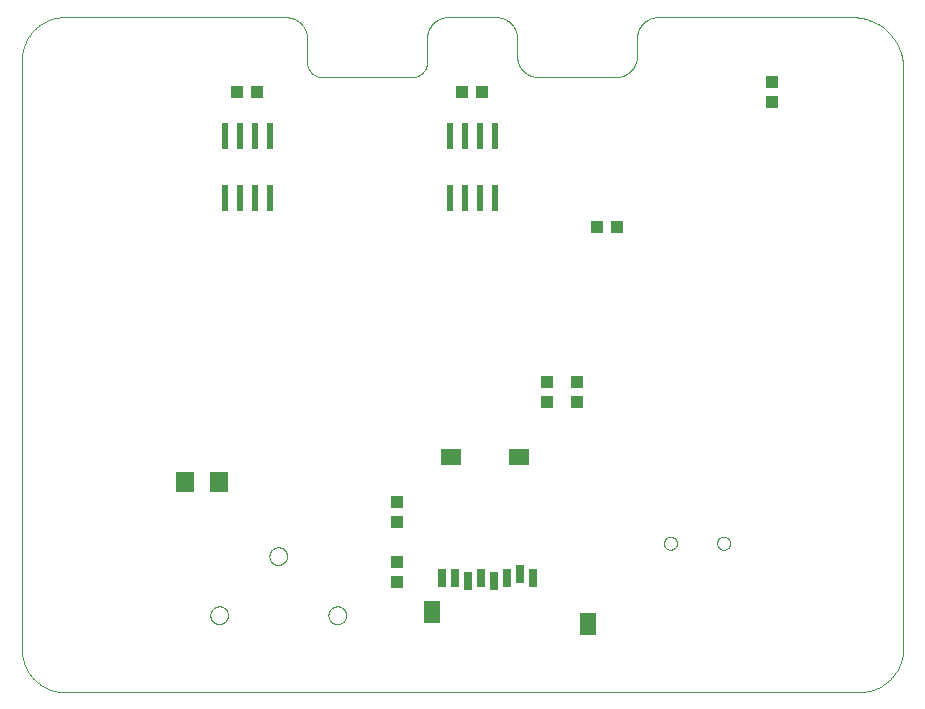
<source format=gtp>
G75*
%MOIN*%
%OFA0B0*%
%FSLAX25Y25*%
%IPPOS*%
%LPD*%
%AMOC8*
5,1,8,0,0,1.08239X$1,22.5*
%
%ADD10C,0.00000*%
%ADD11R,0.03150X0.05906*%
%ADD12R,0.07087X0.05512*%
%ADD13R,0.05512X0.07480*%
%ADD14R,0.04331X0.03937*%
%ADD15R,0.03937X0.04331*%
%ADD16R,0.06299X0.07087*%
%ADD17R,0.02400X0.08700*%
D10*
X0015942Y0021479D02*
X0280916Y0021479D01*
X0280916Y0021478D02*
X0281268Y0021482D01*
X0281621Y0021495D01*
X0281972Y0021516D01*
X0282324Y0021546D01*
X0282674Y0021584D01*
X0283023Y0021631D01*
X0283371Y0021686D01*
X0283718Y0021750D01*
X0284063Y0021822D01*
X0284406Y0021902D01*
X0284748Y0021990D01*
X0285087Y0022087D01*
X0285423Y0022192D01*
X0285757Y0022305D01*
X0286088Y0022426D01*
X0286416Y0022555D01*
X0286741Y0022692D01*
X0287062Y0022836D01*
X0287380Y0022989D01*
X0287694Y0023149D01*
X0288004Y0023316D01*
X0288310Y0023491D01*
X0288612Y0023674D01*
X0288909Y0023863D01*
X0289201Y0024060D01*
X0289489Y0024263D01*
X0289771Y0024474D01*
X0290049Y0024691D01*
X0290321Y0024915D01*
X0290588Y0025146D01*
X0290849Y0025383D01*
X0291104Y0025626D01*
X0291353Y0025875D01*
X0291596Y0026130D01*
X0291833Y0026391D01*
X0292064Y0026658D01*
X0292288Y0026930D01*
X0292505Y0027208D01*
X0292716Y0027490D01*
X0292919Y0027778D01*
X0293116Y0028070D01*
X0293305Y0028367D01*
X0293488Y0028669D01*
X0293663Y0028975D01*
X0293830Y0029285D01*
X0293990Y0029599D01*
X0294143Y0029917D01*
X0294287Y0030238D01*
X0294424Y0030563D01*
X0294553Y0030891D01*
X0294674Y0031222D01*
X0294787Y0031556D01*
X0294892Y0031892D01*
X0294989Y0032231D01*
X0295077Y0032573D01*
X0295157Y0032916D01*
X0295229Y0033261D01*
X0295293Y0033608D01*
X0295348Y0033956D01*
X0295395Y0034305D01*
X0295433Y0034655D01*
X0295463Y0035007D01*
X0295484Y0035358D01*
X0295497Y0035711D01*
X0295501Y0036063D01*
X0295501Y0229508D01*
X0295496Y0229924D01*
X0295481Y0230339D01*
X0295455Y0230754D01*
X0295419Y0231168D01*
X0295374Y0231581D01*
X0295318Y0231993D01*
X0295252Y0232403D01*
X0295176Y0232812D01*
X0295090Y0233218D01*
X0294994Y0233623D01*
X0294888Y0234025D01*
X0294772Y0234424D01*
X0294647Y0234820D01*
X0294511Y0235213D01*
X0294367Y0235603D01*
X0294212Y0235989D01*
X0294049Y0236371D01*
X0293876Y0236748D01*
X0293693Y0237122D01*
X0293502Y0237491D01*
X0293302Y0237855D01*
X0293092Y0238214D01*
X0292874Y0238568D01*
X0292648Y0238916D01*
X0292413Y0239259D01*
X0292169Y0239596D01*
X0291918Y0239927D01*
X0291658Y0240251D01*
X0291391Y0240570D01*
X0291115Y0240881D01*
X0290833Y0241185D01*
X0290542Y0241483D01*
X0290245Y0241773D01*
X0289940Y0242056D01*
X0289629Y0242332D01*
X0289311Y0242599D01*
X0288987Y0242859D01*
X0288656Y0243111D01*
X0288319Y0243354D01*
X0287977Y0243590D01*
X0287628Y0243816D01*
X0287275Y0244035D01*
X0286916Y0244244D01*
X0286552Y0244444D01*
X0286183Y0244636D01*
X0285809Y0244818D01*
X0285431Y0244992D01*
X0285049Y0245155D01*
X0284664Y0245310D01*
X0284274Y0245455D01*
X0283881Y0245590D01*
X0283485Y0245716D01*
X0283086Y0245832D01*
X0282684Y0245938D01*
X0282280Y0246034D01*
X0281873Y0246120D01*
X0281465Y0246196D01*
X0281054Y0246263D01*
X0280642Y0246319D01*
X0280229Y0246365D01*
X0279815Y0246401D01*
X0279400Y0246426D01*
X0278985Y0246442D01*
X0278570Y0246447D01*
X0278569Y0246447D02*
X0213874Y0246476D01*
X0213704Y0246474D01*
X0213533Y0246468D01*
X0213362Y0246458D01*
X0213192Y0246443D01*
X0213022Y0246425D01*
X0212852Y0246402D01*
X0212684Y0246376D01*
X0212515Y0246345D01*
X0212348Y0246310D01*
X0212182Y0246271D01*
X0212016Y0246229D01*
X0211852Y0246182D01*
X0211688Y0246131D01*
X0211526Y0246076D01*
X0211366Y0246018D01*
X0211207Y0245955D01*
X0211049Y0245889D01*
X0210893Y0245819D01*
X0210739Y0245745D01*
X0210587Y0245667D01*
X0210436Y0245586D01*
X0210288Y0245501D01*
X0210142Y0245413D01*
X0209998Y0245321D01*
X0209856Y0245226D01*
X0209716Y0245127D01*
X0209579Y0245025D01*
X0209444Y0244920D01*
X0209312Y0244811D01*
X0209183Y0244699D01*
X0209056Y0244584D01*
X0208933Y0244466D01*
X0208812Y0244346D01*
X0208694Y0244222D01*
X0208579Y0244095D01*
X0208467Y0243966D01*
X0208358Y0243834D01*
X0208253Y0243699D01*
X0208151Y0243562D01*
X0208052Y0243423D01*
X0207957Y0243281D01*
X0207865Y0243137D01*
X0207776Y0242991D01*
X0207691Y0242842D01*
X0207610Y0242692D01*
X0207532Y0242540D01*
X0207459Y0242386D01*
X0207388Y0242230D01*
X0207322Y0242072D01*
X0207259Y0241913D01*
X0207201Y0241752D01*
X0207146Y0241591D01*
X0207095Y0241427D01*
X0207048Y0241263D01*
X0207005Y0241098D01*
X0206966Y0240931D01*
X0206932Y0240764D01*
X0206901Y0240596D01*
X0206874Y0240427D01*
X0206851Y0240257D01*
X0206833Y0240087D01*
X0206818Y0239917D01*
X0206808Y0239746D01*
X0206802Y0239576D01*
X0206800Y0239405D01*
X0206800Y0233550D01*
X0206798Y0233379D01*
X0206792Y0233208D01*
X0206781Y0233038D01*
X0206767Y0232868D01*
X0206748Y0232698D01*
X0206726Y0232528D01*
X0206699Y0232360D01*
X0206668Y0232191D01*
X0206633Y0232024D01*
X0206595Y0231858D01*
X0206552Y0231692D01*
X0206505Y0231528D01*
X0206454Y0231365D01*
X0206399Y0231203D01*
X0206340Y0231043D01*
X0206278Y0230884D01*
X0206212Y0230726D01*
X0206142Y0230570D01*
X0206068Y0230416D01*
X0205990Y0230264D01*
X0205909Y0230114D01*
X0205824Y0229965D01*
X0205736Y0229819D01*
X0205644Y0229675D01*
X0205548Y0229533D01*
X0205450Y0229394D01*
X0205347Y0229257D01*
X0205242Y0229122D01*
X0205133Y0228990D01*
X0205022Y0228861D01*
X0204907Y0228735D01*
X0204789Y0228611D01*
X0204668Y0228490D01*
X0204544Y0228372D01*
X0204418Y0228257D01*
X0204289Y0228146D01*
X0204157Y0228037D01*
X0204022Y0227932D01*
X0203885Y0227829D01*
X0203746Y0227731D01*
X0203604Y0227635D01*
X0203460Y0227543D01*
X0203314Y0227455D01*
X0203165Y0227370D01*
X0203015Y0227289D01*
X0202863Y0227211D01*
X0202709Y0227137D01*
X0202553Y0227067D01*
X0202395Y0227001D01*
X0202236Y0226939D01*
X0202076Y0226880D01*
X0201914Y0226825D01*
X0201751Y0226774D01*
X0201587Y0226727D01*
X0201421Y0226684D01*
X0201255Y0226646D01*
X0201088Y0226611D01*
X0200919Y0226580D01*
X0200751Y0226553D01*
X0200581Y0226531D01*
X0200411Y0226512D01*
X0200241Y0226498D01*
X0200071Y0226487D01*
X0199900Y0226481D01*
X0199729Y0226479D01*
X0173871Y0226479D01*
X0173700Y0226481D01*
X0173529Y0226487D01*
X0173359Y0226498D01*
X0173189Y0226512D01*
X0173019Y0226531D01*
X0172849Y0226553D01*
X0172681Y0226580D01*
X0172512Y0226611D01*
X0172345Y0226646D01*
X0172179Y0226684D01*
X0172013Y0226727D01*
X0171849Y0226774D01*
X0171686Y0226825D01*
X0171524Y0226880D01*
X0171364Y0226939D01*
X0171205Y0227001D01*
X0171047Y0227067D01*
X0170891Y0227137D01*
X0170737Y0227211D01*
X0170585Y0227289D01*
X0170435Y0227370D01*
X0170286Y0227455D01*
X0170140Y0227543D01*
X0169996Y0227635D01*
X0169854Y0227731D01*
X0169715Y0227829D01*
X0169578Y0227932D01*
X0169443Y0228037D01*
X0169311Y0228146D01*
X0169182Y0228257D01*
X0169056Y0228372D01*
X0168932Y0228490D01*
X0168811Y0228611D01*
X0168693Y0228735D01*
X0168578Y0228861D01*
X0168467Y0228990D01*
X0168358Y0229122D01*
X0168253Y0229257D01*
X0168150Y0229394D01*
X0168052Y0229533D01*
X0167956Y0229675D01*
X0167864Y0229819D01*
X0167776Y0229965D01*
X0167691Y0230114D01*
X0167610Y0230264D01*
X0167532Y0230416D01*
X0167458Y0230570D01*
X0167388Y0230726D01*
X0167322Y0230884D01*
X0167260Y0231043D01*
X0167201Y0231203D01*
X0167146Y0231365D01*
X0167095Y0231528D01*
X0167048Y0231692D01*
X0167005Y0231858D01*
X0166967Y0232024D01*
X0166932Y0232191D01*
X0166901Y0232360D01*
X0166874Y0232528D01*
X0166852Y0232698D01*
X0166833Y0232868D01*
X0166819Y0233038D01*
X0166808Y0233208D01*
X0166802Y0233379D01*
X0166800Y0233550D01*
X0166800Y0239408D01*
X0166798Y0239579D01*
X0166792Y0239750D01*
X0166781Y0239920D01*
X0166767Y0240090D01*
X0166748Y0240260D01*
X0166726Y0240430D01*
X0166699Y0240598D01*
X0166668Y0240767D01*
X0166633Y0240934D01*
X0166595Y0241100D01*
X0166552Y0241266D01*
X0166505Y0241430D01*
X0166454Y0241593D01*
X0166399Y0241755D01*
X0166340Y0241915D01*
X0166278Y0242074D01*
X0166212Y0242232D01*
X0166142Y0242388D01*
X0166068Y0242542D01*
X0165990Y0242694D01*
X0165909Y0242844D01*
X0165824Y0242993D01*
X0165736Y0243139D01*
X0165644Y0243283D01*
X0165548Y0243425D01*
X0165450Y0243564D01*
X0165347Y0243701D01*
X0165242Y0243836D01*
X0165133Y0243968D01*
X0165022Y0244097D01*
X0164907Y0244223D01*
X0164789Y0244347D01*
X0164668Y0244468D01*
X0164544Y0244586D01*
X0164418Y0244701D01*
X0164289Y0244812D01*
X0164157Y0244921D01*
X0164022Y0245026D01*
X0163885Y0245129D01*
X0163746Y0245227D01*
X0163604Y0245323D01*
X0163460Y0245415D01*
X0163314Y0245503D01*
X0163165Y0245588D01*
X0163015Y0245669D01*
X0162863Y0245747D01*
X0162709Y0245821D01*
X0162553Y0245891D01*
X0162395Y0245957D01*
X0162236Y0246019D01*
X0162076Y0246078D01*
X0161914Y0246133D01*
X0161751Y0246184D01*
X0161587Y0246231D01*
X0161421Y0246274D01*
X0161255Y0246312D01*
X0161088Y0246347D01*
X0160919Y0246378D01*
X0160751Y0246405D01*
X0160581Y0246427D01*
X0160411Y0246446D01*
X0160241Y0246460D01*
X0160071Y0246471D01*
X0159900Y0246477D01*
X0159729Y0246479D01*
X0143871Y0246479D01*
X0143700Y0246477D01*
X0143529Y0246471D01*
X0143359Y0246460D01*
X0143189Y0246446D01*
X0143019Y0246427D01*
X0142849Y0246405D01*
X0142681Y0246378D01*
X0142512Y0246347D01*
X0142345Y0246312D01*
X0142179Y0246274D01*
X0142013Y0246231D01*
X0141849Y0246184D01*
X0141686Y0246133D01*
X0141524Y0246078D01*
X0141364Y0246019D01*
X0141205Y0245957D01*
X0141047Y0245891D01*
X0140891Y0245821D01*
X0140737Y0245747D01*
X0140585Y0245669D01*
X0140435Y0245588D01*
X0140286Y0245503D01*
X0140140Y0245415D01*
X0139996Y0245323D01*
X0139854Y0245227D01*
X0139715Y0245129D01*
X0139578Y0245026D01*
X0139443Y0244921D01*
X0139311Y0244812D01*
X0139182Y0244701D01*
X0139056Y0244586D01*
X0138932Y0244468D01*
X0138811Y0244347D01*
X0138693Y0244223D01*
X0138578Y0244097D01*
X0138467Y0243968D01*
X0138358Y0243836D01*
X0138253Y0243701D01*
X0138150Y0243564D01*
X0138052Y0243425D01*
X0137956Y0243283D01*
X0137864Y0243139D01*
X0137776Y0242993D01*
X0137691Y0242844D01*
X0137610Y0242694D01*
X0137532Y0242542D01*
X0137458Y0242388D01*
X0137388Y0242232D01*
X0137322Y0242074D01*
X0137260Y0241915D01*
X0137201Y0241755D01*
X0137146Y0241593D01*
X0137095Y0241430D01*
X0137048Y0241266D01*
X0137005Y0241100D01*
X0136967Y0240934D01*
X0136932Y0240767D01*
X0136901Y0240598D01*
X0136874Y0240430D01*
X0136852Y0240260D01*
X0136833Y0240090D01*
X0136819Y0239920D01*
X0136808Y0239750D01*
X0136802Y0239579D01*
X0136800Y0239408D01*
X0136800Y0231479D01*
X0136798Y0231339D01*
X0136792Y0231199D01*
X0136782Y0231059D01*
X0136769Y0230919D01*
X0136751Y0230780D01*
X0136729Y0230641D01*
X0136704Y0230504D01*
X0136675Y0230366D01*
X0136642Y0230230D01*
X0136605Y0230095D01*
X0136564Y0229961D01*
X0136519Y0229828D01*
X0136471Y0229696D01*
X0136419Y0229566D01*
X0136364Y0229437D01*
X0136305Y0229310D01*
X0136242Y0229184D01*
X0136176Y0229060D01*
X0136107Y0228939D01*
X0136034Y0228819D01*
X0135957Y0228701D01*
X0135878Y0228586D01*
X0135795Y0228472D01*
X0135709Y0228362D01*
X0135620Y0228253D01*
X0135528Y0228147D01*
X0135433Y0228044D01*
X0135336Y0227943D01*
X0135235Y0227846D01*
X0135132Y0227751D01*
X0135026Y0227659D01*
X0134917Y0227570D01*
X0134807Y0227484D01*
X0134693Y0227401D01*
X0134578Y0227322D01*
X0134460Y0227245D01*
X0134340Y0227172D01*
X0134219Y0227103D01*
X0134095Y0227037D01*
X0133969Y0226974D01*
X0133842Y0226915D01*
X0133713Y0226860D01*
X0133583Y0226808D01*
X0133451Y0226760D01*
X0133318Y0226715D01*
X0133184Y0226674D01*
X0133049Y0226637D01*
X0132913Y0226604D01*
X0132775Y0226575D01*
X0132638Y0226550D01*
X0132499Y0226528D01*
X0132360Y0226510D01*
X0132220Y0226497D01*
X0132080Y0226487D01*
X0131940Y0226481D01*
X0131800Y0226479D01*
X0101800Y0226479D01*
X0101660Y0226481D01*
X0101520Y0226487D01*
X0101380Y0226497D01*
X0101240Y0226510D01*
X0101101Y0226528D01*
X0100962Y0226550D01*
X0100825Y0226575D01*
X0100687Y0226604D01*
X0100551Y0226637D01*
X0100416Y0226674D01*
X0100282Y0226715D01*
X0100149Y0226760D01*
X0100017Y0226808D01*
X0099887Y0226860D01*
X0099758Y0226915D01*
X0099631Y0226974D01*
X0099505Y0227037D01*
X0099381Y0227103D01*
X0099260Y0227172D01*
X0099140Y0227245D01*
X0099022Y0227322D01*
X0098907Y0227401D01*
X0098793Y0227484D01*
X0098683Y0227570D01*
X0098574Y0227659D01*
X0098468Y0227751D01*
X0098365Y0227846D01*
X0098264Y0227943D01*
X0098167Y0228044D01*
X0098072Y0228147D01*
X0097980Y0228253D01*
X0097891Y0228362D01*
X0097805Y0228472D01*
X0097722Y0228586D01*
X0097643Y0228701D01*
X0097566Y0228819D01*
X0097493Y0228939D01*
X0097424Y0229060D01*
X0097358Y0229184D01*
X0097295Y0229310D01*
X0097236Y0229437D01*
X0097181Y0229566D01*
X0097129Y0229696D01*
X0097081Y0229828D01*
X0097036Y0229961D01*
X0096995Y0230095D01*
X0096958Y0230230D01*
X0096925Y0230366D01*
X0096896Y0230504D01*
X0096871Y0230641D01*
X0096849Y0230780D01*
X0096831Y0230919D01*
X0096818Y0231059D01*
X0096808Y0231199D01*
X0096802Y0231339D01*
X0096800Y0231479D01*
X0096800Y0239396D01*
X0096798Y0239566D01*
X0096792Y0239736D01*
X0096781Y0239906D01*
X0096767Y0240076D01*
X0096749Y0240245D01*
X0096726Y0240414D01*
X0096699Y0240582D01*
X0096669Y0240749D01*
X0096634Y0240916D01*
X0096595Y0241082D01*
X0096553Y0241246D01*
X0096506Y0241410D01*
X0096455Y0241572D01*
X0096401Y0241734D01*
X0096342Y0241893D01*
X0096280Y0242052D01*
X0096214Y0242209D01*
X0096144Y0242364D01*
X0096071Y0242517D01*
X0095993Y0242669D01*
X0095912Y0242819D01*
X0095828Y0242967D01*
X0095740Y0243112D01*
X0095648Y0243256D01*
X0095553Y0243397D01*
X0095455Y0243536D01*
X0095353Y0243672D01*
X0095248Y0243806D01*
X0095140Y0243938D01*
X0095029Y0244066D01*
X0094914Y0244192D01*
X0094797Y0244316D01*
X0094677Y0244436D01*
X0094553Y0244553D01*
X0094427Y0244668D01*
X0094299Y0244779D01*
X0094167Y0244887D01*
X0094033Y0244992D01*
X0093897Y0245094D01*
X0093758Y0245192D01*
X0093617Y0245287D01*
X0093473Y0245379D01*
X0093328Y0245467D01*
X0093180Y0245551D01*
X0093030Y0245632D01*
X0092878Y0245710D01*
X0092725Y0245783D01*
X0092570Y0245853D01*
X0092413Y0245919D01*
X0092254Y0245981D01*
X0092095Y0246040D01*
X0091933Y0246094D01*
X0091771Y0246145D01*
X0091607Y0246192D01*
X0091443Y0246234D01*
X0091277Y0246273D01*
X0091110Y0246308D01*
X0090943Y0246338D01*
X0090775Y0246365D01*
X0090606Y0246388D01*
X0090437Y0246406D01*
X0090267Y0246420D01*
X0090097Y0246431D01*
X0089927Y0246437D01*
X0089757Y0246439D01*
X0015914Y0246439D01*
X0015573Y0246435D01*
X0015232Y0246423D01*
X0014892Y0246402D01*
X0014552Y0246373D01*
X0014213Y0246336D01*
X0013875Y0246291D01*
X0013538Y0246238D01*
X0013202Y0246176D01*
X0012868Y0246106D01*
X0012536Y0246029D01*
X0012206Y0245943D01*
X0011878Y0245850D01*
X0011553Y0245748D01*
X0011229Y0245639D01*
X0010909Y0245522D01*
X0010592Y0245397D01*
X0010277Y0245265D01*
X0009966Y0245125D01*
X0009659Y0244977D01*
X0009355Y0244822D01*
X0009055Y0244660D01*
X0008759Y0244491D01*
X0008467Y0244314D01*
X0008179Y0244131D01*
X0007896Y0243941D01*
X0007618Y0243743D01*
X0007345Y0243540D01*
X0007076Y0243329D01*
X0006813Y0243113D01*
X0006555Y0242889D01*
X0006302Y0242660D01*
X0006055Y0242425D01*
X0005814Y0242184D01*
X0005579Y0241937D01*
X0005350Y0241684D01*
X0005126Y0241426D01*
X0004910Y0241163D01*
X0004699Y0240894D01*
X0004496Y0240621D01*
X0004298Y0240343D01*
X0004108Y0240060D01*
X0003925Y0239772D01*
X0003748Y0239480D01*
X0003579Y0239184D01*
X0003417Y0238884D01*
X0003262Y0238580D01*
X0003114Y0238273D01*
X0002974Y0237962D01*
X0002842Y0237647D01*
X0002717Y0237330D01*
X0002600Y0237010D01*
X0002491Y0236686D01*
X0002389Y0236361D01*
X0002296Y0236033D01*
X0002210Y0235703D01*
X0002133Y0235371D01*
X0002063Y0235037D01*
X0002001Y0234701D01*
X0001948Y0234364D01*
X0001903Y0234026D01*
X0001866Y0233687D01*
X0001837Y0233347D01*
X0001816Y0233007D01*
X0001804Y0232666D01*
X0001800Y0232325D01*
X0001800Y0035621D01*
X0001804Y0035279D01*
X0001817Y0034938D01*
X0001837Y0034597D01*
X0001866Y0034256D01*
X0001903Y0033916D01*
X0001948Y0033578D01*
X0002002Y0033240D01*
X0002063Y0032904D01*
X0002133Y0032569D01*
X0002211Y0032237D01*
X0002297Y0031906D01*
X0002390Y0031577D01*
X0002492Y0031251D01*
X0002602Y0030927D01*
X0002719Y0030606D01*
X0002844Y0030288D01*
X0002977Y0029973D01*
X0003117Y0029662D01*
X0003265Y0029353D01*
X0003420Y0029049D01*
X0003582Y0028748D01*
X0003752Y0028452D01*
X0003929Y0028159D01*
X0004113Y0027871D01*
X0004303Y0027587D01*
X0004501Y0027309D01*
X0004705Y0027035D01*
X0004916Y0026765D01*
X0005133Y0026502D01*
X0005357Y0026243D01*
X0005586Y0025990D01*
X0005822Y0025743D01*
X0006064Y0025501D01*
X0006311Y0025265D01*
X0006564Y0025036D01*
X0006823Y0024812D01*
X0007086Y0024595D01*
X0007356Y0024384D01*
X0007630Y0024180D01*
X0007908Y0023982D01*
X0008192Y0023792D01*
X0008480Y0023608D01*
X0008773Y0023431D01*
X0009069Y0023261D01*
X0009370Y0023099D01*
X0009674Y0022944D01*
X0009983Y0022796D01*
X0010294Y0022656D01*
X0010609Y0022523D01*
X0010927Y0022398D01*
X0011248Y0022281D01*
X0011572Y0022171D01*
X0011898Y0022069D01*
X0012227Y0021976D01*
X0012558Y0021890D01*
X0012890Y0021812D01*
X0013225Y0021742D01*
X0013561Y0021681D01*
X0013899Y0021627D01*
X0014237Y0021582D01*
X0014577Y0021545D01*
X0014918Y0021516D01*
X0015259Y0021496D01*
X0015600Y0021483D01*
X0015942Y0021479D01*
X0064556Y0047109D02*
X0064558Y0047217D01*
X0064564Y0047326D01*
X0064574Y0047434D01*
X0064588Y0047541D01*
X0064606Y0047648D01*
X0064627Y0047755D01*
X0064653Y0047860D01*
X0064683Y0047965D01*
X0064716Y0048068D01*
X0064753Y0048170D01*
X0064794Y0048270D01*
X0064838Y0048369D01*
X0064887Y0048467D01*
X0064938Y0048562D01*
X0064993Y0048655D01*
X0065052Y0048747D01*
X0065114Y0048836D01*
X0065179Y0048923D01*
X0065247Y0049007D01*
X0065318Y0049089D01*
X0065392Y0049168D01*
X0065469Y0049244D01*
X0065549Y0049318D01*
X0065632Y0049388D01*
X0065717Y0049456D01*
X0065804Y0049520D01*
X0065894Y0049581D01*
X0065986Y0049639D01*
X0066080Y0049693D01*
X0066176Y0049744D01*
X0066273Y0049791D01*
X0066373Y0049835D01*
X0066474Y0049875D01*
X0066576Y0049911D01*
X0066679Y0049943D01*
X0066784Y0049972D01*
X0066890Y0049996D01*
X0066996Y0050017D01*
X0067103Y0050034D01*
X0067211Y0050047D01*
X0067319Y0050056D01*
X0067428Y0050061D01*
X0067536Y0050062D01*
X0067645Y0050059D01*
X0067753Y0050052D01*
X0067861Y0050041D01*
X0067968Y0050026D01*
X0068075Y0050007D01*
X0068181Y0049984D01*
X0068286Y0049958D01*
X0068391Y0049927D01*
X0068493Y0049893D01*
X0068595Y0049855D01*
X0068695Y0049813D01*
X0068794Y0049768D01*
X0068891Y0049719D01*
X0068985Y0049666D01*
X0069078Y0049610D01*
X0069169Y0049551D01*
X0069258Y0049488D01*
X0069344Y0049423D01*
X0069428Y0049354D01*
X0069509Y0049282D01*
X0069587Y0049207D01*
X0069663Y0049129D01*
X0069736Y0049048D01*
X0069806Y0048965D01*
X0069872Y0048880D01*
X0069936Y0048792D01*
X0069996Y0048701D01*
X0070053Y0048609D01*
X0070106Y0048514D01*
X0070156Y0048418D01*
X0070202Y0048320D01*
X0070245Y0048220D01*
X0070284Y0048119D01*
X0070319Y0048016D01*
X0070351Y0047913D01*
X0070378Y0047808D01*
X0070402Y0047702D01*
X0070422Y0047595D01*
X0070438Y0047488D01*
X0070450Y0047380D01*
X0070458Y0047272D01*
X0070462Y0047163D01*
X0070462Y0047055D01*
X0070458Y0046946D01*
X0070450Y0046838D01*
X0070438Y0046730D01*
X0070422Y0046623D01*
X0070402Y0046516D01*
X0070378Y0046410D01*
X0070351Y0046305D01*
X0070319Y0046202D01*
X0070284Y0046099D01*
X0070245Y0045998D01*
X0070202Y0045898D01*
X0070156Y0045800D01*
X0070106Y0045704D01*
X0070053Y0045609D01*
X0069996Y0045517D01*
X0069936Y0045426D01*
X0069872Y0045338D01*
X0069806Y0045253D01*
X0069736Y0045170D01*
X0069663Y0045089D01*
X0069587Y0045011D01*
X0069509Y0044936D01*
X0069428Y0044864D01*
X0069344Y0044795D01*
X0069258Y0044730D01*
X0069169Y0044667D01*
X0069078Y0044608D01*
X0068986Y0044552D01*
X0068891Y0044499D01*
X0068794Y0044450D01*
X0068695Y0044405D01*
X0068595Y0044363D01*
X0068493Y0044325D01*
X0068391Y0044291D01*
X0068286Y0044260D01*
X0068181Y0044234D01*
X0068075Y0044211D01*
X0067968Y0044192D01*
X0067861Y0044177D01*
X0067753Y0044166D01*
X0067645Y0044159D01*
X0067536Y0044156D01*
X0067428Y0044157D01*
X0067319Y0044162D01*
X0067211Y0044171D01*
X0067103Y0044184D01*
X0066996Y0044201D01*
X0066890Y0044222D01*
X0066784Y0044246D01*
X0066679Y0044275D01*
X0066576Y0044307D01*
X0066474Y0044343D01*
X0066373Y0044383D01*
X0066273Y0044427D01*
X0066176Y0044474D01*
X0066080Y0044525D01*
X0065986Y0044579D01*
X0065894Y0044637D01*
X0065804Y0044698D01*
X0065717Y0044762D01*
X0065632Y0044830D01*
X0065549Y0044900D01*
X0065469Y0044974D01*
X0065392Y0045050D01*
X0065318Y0045129D01*
X0065247Y0045211D01*
X0065179Y0045295D01*
X0065114Y0045382D01*
X0065052Y0045471D01*
X0064993Y0045563D01*
X0064938Y0045656D01*
X0064887Y0045751D01*
X0064838Y0045849D01*
X0064794Y0045948D01*
X0064753Y0046048D01*
X0064716Y0046150D01*
X0064683Y0046253D01*
X0064653Y0046358D01*
X0064627Y0046463D01*
X0064606Y0046570D01*
X0064588Y0046677D01*
X0064574Y0046784D01*
X0064564Y0046892D01*
X0064558Y0047001D01*
X0064556Y0047109D01*
X0084241Y0066794D02*
X0084243Y0066902D01*
X0084249Y0067011D01*
X0084259Y0067119D01*
X0084273Y0067226D01*
X0084291Y0067333D01*
X0084312Y0067440D01*
X0084338Y0067545D01*
X0084368Y0067650D01*
X0084401Y0067753D01*
X0084438Y0067855D01*
X0084479Y0067955D01*
X0084523Y0068054D01*
X0084572Y0068152D01*
X0084623Y0068247D01*
X0084678Y0068340D01*
X0084737Y0068432D01*
X0084799Y0068521D01*
X0084864Y0068608D01*
X0084932Y0068692D01*
X0085003Y0068774D01*
X0085077Y0068853D01*
X0085154Y0068929D01*
X0085234Y0069003D01*
X0085317Y0069073D01*
X0085402Y0069141D01*
X0085489Y0069205D01*
X0085579Y0069266D01*
X0085671Y0069324D01*
X0085765Y0069378D01*
X0085861Y0069429D01*
X0085958Y0069476D01*
X0086058Y0069520D01*
X0086159Y0069560D01*
X0086261Y0069596D01*
X0086364Y0069628D01*
X0086469Y0069657D01*
X0086575Y0069681D01*
X0086681Y0069702D01*
X0086788Y0069719D01*
X0086896Y0069732D01*
X0087004Y0069741D01*
X0087113Y0069746D01*
X0087221Y0069747D01*
X0087330Y0069744D01*
X0087438Y0069737D01*
X0087546Y0069726D01*
X0087653Y0069711D01*
X0087760Y0069692D01*
X0087866Y0069669D01*
X0087971Y0069643D01*
X0088076Y0069612D01*
X0088178Y0069578D01*
X0088280Y0069540D01*
X0088380Y0069498D01*
X0088479Y0069453D01*
X0088576Y0069404D01*
X0088670Y0069351D01*
X0088763Y0069295D01*
X0088854Y0069236D01*
X0088943Y0069173D01*
X0089029Y0069108D01*
X0089113Y0069039D01*
X0089194Y0068967D01*
X0089272Y0068892D01*
X0089348Y0068814D01*
X0089421Y0068733D01*
X0089491Y0068650D01*
X0089557Y0068565D01*
X0089621Y0068477D01*
X0089681Y0068386D01*
X0089738Y0068294D01*
X0089791Y0068199D01*
X0089841Y0068103D01*
X0089887Y0068005D01*
X0089930Y0067905D01*
X0089969Y0067804D01*
X0090004Y0067701D01*
X0090036Y0067598D01*
X0090063Y0067493D01*
X0090087Y0067387D01*
X0090107Y0067280D01*
X0090123Y0067173D01*
X0090135Y0067065D01*
X0090143Y0066957D01*
X0090147Y0066848D01*
X0090147Y0066740D01*
X0090143Y0066631D01*
X0090135Y0066523D01*
X0090123Y0066415D01*
X0090107Y0066308D01*
X0090087Y0066201D01*
X0090063Y0066095D01*
X0090036Y0065990D01*
X0090004Y0065887D01*
X0089969Y0065784D01*
X0089930Y0065683D01*
X0089887Y0065583D01*
X0089841Y0065485D01*
X0089791Y0065389D01*
X0089738Y0065294D01*
X0089681Y0065202D01*
X0089621Y0065111D01*
X0089557Y0065023D01*
X0089491Y0064938D01*
X0089421Y0064855D01*
X0089348Y0064774D01*
X0089272Y0064696D01*
X0089194Y0064621D01*
X0089113Y0064549D01*
X0089029Y0064480D01*
X0088943Y0064415D01*
X0088854Y0064352D01*
X0088763Y0064293D01*
X0088671Y0064237D01*
X0088576Y0064184D01*
X0088479Y0064135D01*
X0088380Y0064090D01*
X0088280Y0064048D01*
X0088178Y0064010D01*
X0088076Y0063976D01*
X0087971Y0063945D01*
X0087866Y0063919D01*
X0087760Y0063896D01*
X0087653Y0063877D01*
X0087546Y0063862D01*
X0087438Y0063851D01*
X0087330Y0063844D01*
X0087221Y0063841D01*
X0087113Y0063842D01*
X0087004Y0063847D01*
X0086896Y0063856D01*
X0086788Y0063869D01*
X0086681Y0063886D01*
X0086575Y0063907D01*
X0086469Y0063931D01*
X0086364Y0063960D01*
X0086261Y0063992D01*
X0086159Y0064028D01*
X0086058Y0064068D01*
X0085958Y0064112D01*
X0085861Y0064159D01*
X0085765Y0064210D01*
X0085671Y0064264D01*
X0085579Y0064322D01*
X0085489Y0064383D01*
X0085402Y0064447D01*
X0085317Y0064515D01*
X0085234Y0064585D01*
X0085154Y0064659D01*
X0085077Y0064735D01*
X0085003Y0064814D01*
X0084932Y0064896D01*
X0084864Y0064980D01*
X0084799Y0065067D01*
X0084737Y0065156D01*
X0084678Y0065248D01*
X0084623Y0065341D01*
X0084572Y0065436D01*
X0084523Y0065534D01*
X0084479Y0065633D01*
X0084438Y0065733D01*
X0084401Y0065835D01*
X0084368Y0065938D01*
X0084338Y0066043D01*
X0084312Y0066148D01*
X0084291Y0066255D01*
X0084273Y0066362D01*
X0084259Y0066469D01*
X0084249Y0066577D01*
X0084243Y0066686D01*
X0084241Y0066794D01*
X0103926Y0047109D02*
X0103928Y0047217D01*
X0103934Y0047326D01*
X0103944Y0047434D01*
X0103958Y0047541D01*
X0103976Y0047648D01*
X0103997Y0047755D01*
X0104023Y0047860D01*
X0104053Y0047965D01*
X0104086Y0048068D01*
X0104123Y0048170D01*
X0104164Y0048270D01*
X0104208Y0048369D01*
X0104257Y0048467D01*
X0104308Y0048562D01*
X0104363Y0048655D01*
X0104422Y0048747D01*
X0104484Y0048836D01*
X0104549Y0048923D01*
X0104617Y0049007D01*
X0104688Y0049089D01*
X0104762Y0049168D01*
X0104839Y0049244D01*
X0104919Y0049318D01*
X0105002Y0049388D01*
X0105087Y0049456D01*
X0105174Y0049520D01*
X0105264Y0049581D01*
X0105356Y0049639D01*
X0105450Y0049693D01*
X0105546Y0049744D01*
X0105643Y0049791D01*
X0105743Y0049835D01*
X0105844Y0049875D01*
X0105946Y0049911D01*
X0106049Y0049943D01*
X0106154Y0049972D01*
X0106260Y0049996D01*
X0106366Y0050017D01*
X0106473Y0050034D01*
X0106581Y0050047D01*
X0106689Y0050056D01*
X0106798Y0050061D01*
X0106906Y0050062D01*
X0107015Y0050059D01*
X0107123Y0050052D01*
X0107231Y0050041D01*
X0107338Y0050026D01*
X0107445Y0050007D01*
X0107551Y0049984D01*
X0107656Y0049958D01*
X0107761Y0049927D01*
X0107863Y0049893D01*
X0107965Y0049855D01*
X0108065Y0049813D01*
X0108164Y0049768D01*
X0108261Y0049719D01*
X0108355Y0049666D01*
X0108448Y0049610D01*
X0108539Y0049551D01*
X0108628Y0049488D01*
X0108714Y0049423D01*
X0108798Y0049354D01*
X0108879Y0049282D01*
X0108957Y0049207D01*
X0109033Y0049129D01*
X0109106Y0049048D01*
X0109176Y0048965D01*
X0109242Y0048880D01*
X0109306Y0048792D01*
X0109366Y0048701D01*
X0109423Y0048609D01*
X0109476Y0048514D01*
X0109526Y0048418D01*
X0109572Y0048320D01*
X0109615Y0048220D01*
X0109654Y0048119D01*
X0109689Y0048016D01*
X0109721Y0047913D01*
X0109748Y0047808D01*
X0109772Y0047702D01*
X0109792Y0047595D01*
X0109808Y0047488D01*
X0109820Y0047380D01*
X0109828Y0047272D01*
X0109832Y0047163D01*
X0109832Y0047055D01*
X0109828Y0046946D01*
X0109820Y0046838D01*
X0109808Y0046730D01*
X0109792Y0046623D01*
X0109772Y0046516D01*
X0109748Y0046410D01*
X0109721Y0046305D01*
X0109689Y0046202D01*
X0109654Y0046099D01*
X0109615Y0045998D01*
X0109572Y0045898D01*
X0109526Y0045800D01*
X0109476Y0045704D01*
X0109423Y0045609D01*
X0109366Y0045517D01*
X0109306Y0045426D01*
X0109242Y0045338D01*
X0109176Y0045253D01*
X0109106Y0045170D01*
X0109033Y0045089D01*
X0108957Y0045011D01*
X0108879Y0044936D01*
X0108798Y0044864D01*
X0108714Y0044795D01*
X0108628Y0044730D01*
X0108539Y0044667D01*
X0108448Y0044608D01*
X0108356Y0044552D01*
X0108261Y0044499D01*
X0108164Y0044450D01*
X0108065Y0044405D01*
X0107965Y0044363D01*
X0107863Y0044325D01*
X0107761Y0044291D01*
X0107656Y0044260D01*
X0107551Y0044234D01*
X0107445Y0044211D01*
X0107338Y0044192D01*
X0107231Y0044177D01*
X0107123Y0044166D01*
X0107015Y0044159D01*
X0106906Y0044156D01*
X0106798Y0044157D01*
X0106689Y0044162D01*
X0106581Y0044171D01*
X0106473Y0044184D01*
X0106366Y0044201D01*
X0106260Y0044222D01*
X0106154Y0044246D01*
X0106049Y0044275D01*
X0105946Y0044307D01*
X0105844Y0044343D01*
X0105743Y0044383D01*
X0105643Y0044427D01*
X0105546Y0044474D01*
X0105450Y0044525D01*
X0105356Y0044579D01*
X0105264Y0044637D01*
X0105174Y0044698D01*
X0105087Y0044762D01*
X0105002Y0044830D01*
X0104919Y0044900D01*
X0104839Y0044974D01*
X0104762Y0045050D01*
X0104688Y0045129D01*
X0104617Y0045211D01*
X0104549Y0045295D01*
X0104484Y0045382D01*
X0104422Y0045471D01*
X0104363Y0045563D01*
X0104308Y0045656D01*
X0104257Y0045751D01*
X0104208Y0045849D01*
X0104164Y0045948D01*
X0104123Y0046048D01*
X0104086Y0046150D01*
X0104053Y0046253D01*
X0104023Y0046358D01*
X0103997Y0046463D01*
X0103976Y0046570D01*
X0103958Y0046677D01*
X0103944Y0046784D01*
X0103934Y0046892D01*
X0103928Y0047001D01*
X0103926Y0047109D01*
X0215777Y0071085D02*
X0215779Y0071178D01*
X0215785Y0071270D01*
X0215795Y0071362D01*
X0215809Y0071453D01*
X0215826Y0071544D01*
X0215848Y0071634D01*
X0215873Y0071723D01*
X0215902Y0071811D01*
X0215935Y0071897D01*
X0215972Y0071982D01*
X0216012Y0072066D01*
X0216056Y0072147D01*
X0216103Y0072227D01*
X0216153Y0072305D01*
X0216207Y0072380D01*
X0216264Y0072453D01*
X0216324Y0072523D01*
X0216387Y0072591D01*
X0216453Y0072656D01*
X0216521Y0072718D01*
X0216592Y0072778D01*
X0216666Y0072834D01*
X0216742Y0072887D01*
X0216820Y0072936D01*
X0216900Y0072983D01*
X0216982Y0073025D01*
X0217066Y0073065D01*
X0217151Y0073100D01*
X0217238Y0073132D01*
X0217326Y0073161D01*
X0217415Y0073185D01*
X0217505Y0073206D01*
X0217596Y0073222D01*
X0217688Y0073235D01*
X0217780Y0073244D01*
X0217873Y0073249D01*
X0217965Y0073250D01*
X0218058Y0073247D01*
X0218150Y0073240D01*
X0218242Y0073229D01*
X0218333Y0073214D01*
X0218424Y0073196D01*
X0218514Y0073173D01*
X0218602Y0073147D01*
X0218690Y0073117D01*
X0218776Y0073083D01*
X0218860Y0073046D01*
X0218943Y0073004D01*
X0219024Y0072960D01*
X0219104Y0072912D01*
X0219181Y0072861D01*
X0219255Y0072806D01*
X0219328Y0072748D01*
X0219398Y0072688D01*
X0219465Y0072624D01*
X0219529Y0072558D01*
X0219591Y0072488D01*
X0219649Y0072417D01*
X0219704Y0072343D01*
X0219756Y0072266D01*
X0219805Y0072187D01*
X0219851Y0072107D01*
X0219893Y0072024D01*
X0219931Y0071940D01*
X0219966Y0071854D01*
X0219997Y0071767D01*
X0220024Y0071679D01*
X0220047Y0071589D01*
X0220067Y0071499D01*
X0220083Y0071408D01*
X0220095Y0071316D01*
X0220103Y0071224D01*
X0220107Y0071131D01*
X0220107Y0071039D01*
X0220103Y0070946D01*
X0220095Y0070854D01*
X0220083Y0070762D01*
X0220067Y0070671D01*
X0220047Y0070581D01*
X0220024Y0070491D01*
X0219997Y0070403D01*
X0219966Y0070316D01*
X0219931Y0070230D01*
X0219893Y0070146D01*
X0219851Y0070063D01*
X0219805Y0069983D01*
X0219756Y0069904D01*
X0219704Y0069827D01*
X0219649Y0069753D01*
X0219591Y0069682D01*
X0219529Y0069612D01*
X0219465Y0069546D01*
X0219398Y0069482D01*
X0219328Y0069422D01*
X0219255Y0069364D01*
X0219181Y0069309D01*
X0219104Y0069258D01*
X0219025Y0069210D01*
X0218943Y0069166D01*
X0218860Y0069124D01*
X0218776Y0069087D01*
X0218690Y0069053D01*
X0218602Y0069023D01*
X0218514Y0068997D01*
X0218424Y0068974D01*
X0218333Y0068956D01*
X0218242Y0068941D01*
X0218150Y0068930D01*
X0218058Y0068923D01*
X0217965Y0068920D01*
X0217873Y0068921D01*
X0217780Y0068926D01*
X0217688Y0068935D01*
X0217596Y0068948D01*
X0217505Y0068964D01*
X0217415Y0068985D01*
X0217326Y0069009D01*
X0217238Y0069038D01*
X0217151Y0069070D01*
X0217066Y0069105D01*
X0216982Y0069145D01*
X0216900Y0069187D01*
X0216820Y0069234D01*
X0216742Y0069283D01*
X0216666Y0069336D01*
X0216592Y0069392D01*
X0216521Y0069452D01*
X0216453Y0069514D01*
X0216387Y0069579D01*
X0216324Y0069647D01*
X0216264Y0069717D01*
X0216207Y0069790D01*
X0216153Y0069865D01*
X0216103Y0069943D01*
X0216056Y0070023D01*
X0216012Y0070104D01*
X0215972Y0070188D01*
X0215935Y0070273D01*
X0215902Y0070359D01*
X0215873Y0070447D01*
X0215848Y0070536D01*
X0215826Y0070626D01*
X0215809Y0070717D01*
X0215795Y0070808D01*
X0215785Y0070900D01*
X0215779Y0070992D01*
X0215777Y0071085D01*
X0233493Y0071085D02*
X0233495Y0071178D01*
X0233501Y0071270D01*
X0233511Y0071362D01*
X0233525Y0071453D01*
X0233542Y0071544D01*
X0233564Y0071634D01*
X0233589Y0071723D01*
X0233618Y0071811D01*
X0233651Y0071897D01*
X0233688Y0071982D01*
X0233728Y0072066D01*
X0233772Y0072147D01*
X0233819Y0072227D01*
X0233869Y0072305D01*
X0233923Y0072380D01*
X0233980Y0072453D01*
X0234040Y0072523D01*
X0234103Y0072591D01*
X0234169Y0072656D01*
X0234237Y0072718D01*
X0234308Y0072778D01*
X0234382Y0072834D01*
X0234458Y0072887D01*
X0234536Y0072936D01*
X0234616Y0072983D01*
X0234698Y0073025D01*
X0234782Y0073065D01*
X0234867Y0073100D01*
X0234954Y0073132D01*
X0235042Y0073161D01*
X0235131Y0073185D01*
X0235221Y0073206D01*
X0235312Y0073222D01*
X0235404Y0073235D01*
X0235496Y0073244D01*
X0235589Y0073249D01*
X0235681Y0073250D01*
X0235774Y0073247D01*
X0235866Y0073240D01*
X0235958Y0073229D01*
X0236049Y0073214D01*
X0236140Y0073196D01*
X0236230Y0073173D01*
X0236318Y0073147D01*
X0236406Y0073117D01*
X0236492Y0073083D01*
X0236576Y0073046D01*
X0236659Y0073004D01*
X0236740Y0072960D01*
X0236820Y0072912D01*
X0236897Y0072861D01*
X0236971Y0072806D01*
X0237044Y0072748D01*
X0237114Y0072688D01*
X0237181Y0072624D01*
X0237245Y0072558D01*
X0237307Y0072488D01*
X0237365Y0072417D01*
X0237420Y0072343D01*
X0237472Y0072266D01*
X0237521Y0072187D01*
X0237567Y0072107D01*
X0237609Y0072024D01*
X0237647Y0071940D01*
X0237682Y0071854D01*
X0237713Y0071767D01*
X0237740Y0071679D01*
X0237763Y0071589D01*
X0237783Y0071499D01*
X0237799Y0071408D01*
X0237811Y0071316D01*
X0237819Y0071224D01*
X0237823Y0071131D01*
X0237823Y0071039D01*
X0237819Y0070946D01*
X0237811Y0070854D01*
X0237799Y0070762D01*
X0237783Y0070671D01*
X0237763Y0070581D01*
X0237740Y0070491D01*
X0237713Y0070403D01*
X0237682Y0070316D01*
X0237647Y0070230D01*
X0237609Y0070146D01*
X0237567Y0070063D01*
X0237521Y0069983D01*
X0237472Y0069904D01*
X0237420Y0069827D01*
X0237365Y0069753D01*
X0237307Y0069682D01*
X0237245Y0069612D01*
X0237181Y0069546D01*
X0237114Y0069482D01*
X0237044Y0069422D01*
X0236971Y0069364D01*
X0236897Y0069309D01*
X0236820Y0069258D01*
X0236741Y0069210D01*
X0236659Y0069166D01*
X0236576Y0069124D01*
X0236492Y0069087D01*
X0236406Y0069053D01*
X0236318Y0069023D01*
X0236230Y0068997D01*
X0236140Y0068974D01*
X0236049Y0068956D01*
X0235958Y0068941D01*
X0235866Y0068930D01*
X0235774Y0068923D01*
X0235681Y0068920D01*
X0235589Y0068921D01*
X0235496Y0068926D01*
X0235404Y0068935D01*
X0235312Y0068948D01*
X0235221Y0068964D01*
X0235131Y0068985D01*
X0235042Y0069009D01*
X0234954Y0069038D01*
X0234867Y0069070D01*
X0234782Y0069105D01*
X0234698Y0069145D01*
X0234616Y0069187D01*
X0234536Y0069234D01*
X0234458Y0069283D01*
X0234382Y0069336D01*
X0234308Y0069392D01*
X0234237Y0069452D01*
X0234169Y0069514D01*
X0234103Y0069579D01*
X0234040Y0069647D01*
X0233980Y0069717D01*
X0233923Y0069790D01*
X0233869Y0069865D01*
X0233819Y0069943D01*
X0233772Y0070023D01*
X0233728Y0070104D01*
X0233688Y0070188D01*
X0233651Y0070273D01*
X0233618Y0070359D01*
X0233589Y0070447D01*
X0233564Y0070536D01*
X0233542Y0070626D01*
X0233525Y0070717D01*
X0233511Y0070808D01*
X0233501Y0070900D01*
X0233495Y0070992D01*
X0233493Y0071085D01*
D11*
X0171997Y0059353D03*
X0167666Y0060928D03*
X0163335Y0059353D03*
X0159005Y0058565D03*
X0154674Y0059353D03*
X0150343Y0058565D03*
X0146013Y0059353D03*
X0141682Y0059353D03*
D12*
X0144871Y0099904D03*
X0167312Y0099904D03*
D13*
X0138572Y0048132D03*
X0190343Y0044195D03*
D14*
X0126800Y0058132D03*
X0126800Y0064825D03*
X0126800Y0078132D03*
X0126800Y0084825D03*
X0176800Y0118132D03*
X0176800Y0124825D03*
X0186800Y0124825D03*
X0186800Y0118132D03*
X0251800Y0218132D03*
X0251800Y0224825D03*
D15*
X0200146Y0176479D03*
X0193454Y0176479D03*
X0155146Y0221479D03*
X0148454Y0221479D03*
X0080146Y0221479D03*
X0073454Y0221479D03*
D16*
X0067312Y0091479D03*
X0056288Y0091479D03*
D17*
X0069300Y0186179D03*
X0074300Y0186179D03*
X0079300Y0186179D03*
X0084300Y0186179D03*
X0084300Y0206779D03*
X0079300Y0206779D03*
X0074300Y0206779D03*
X0069300Y0206779D03*
X0144300Y0206779D03*
X0149300Y0206779D03*
X0154300Y0206779D03*
X0159300Y0206779D03*
X0159300Y0186179D03*
X0154300Y0186179D03*
X0149300Y0186179D03*
X0144300Y0186179D03*
M02*

</source>
